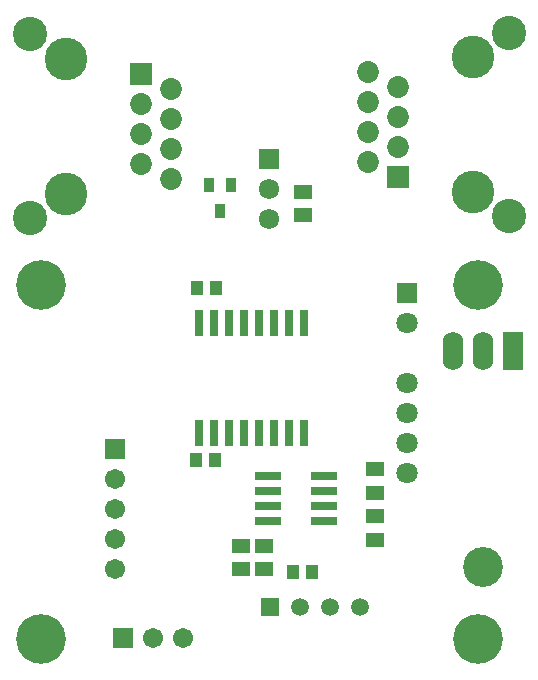
<source format=gbs>
G04*
G04 #@! TF.GenerationSoftware,Altium Limited,Altium Designer,20.0.13 (296)*
G04*
G04 Layer_Color=16711935*
%FSLAX44Y44*%
%MOMM*%
G71*
G01*
G75*
%ADD28R,1.7032X1.7032*%
%ADD30R,1.6032X1.2032*%
%ADD35R,2.3200X0.7200*%
%ADD36R,1.0032X1.2032*%
%ADD38C,1.7032*%
%ADD39R,1.7032X1.7032*%
%ADD40C,3.6032*%
%ADD41R,1.8532X1.8532*%
%ADD42C,1.8532*%
%ADD43C,2.9032*%
%ADD44R,1.7272X3.2512*%
%ADD45O,1.7272X3.2512*%
%ADD46C,3.3782*%
%ADD47C,1.8032*%
%ADD48R,1.8032X1.8032*%
%ADD49C,1.7200*%
%ADD50R,1.7200X1.7200*%
%ADD51C,1.4912*%
%ADD52R,1.4912X1.4912*%
%ADD53C,4.2032*%
%ADD77R,0.9200X1.2200*%
%ADD78R,0.8032X2.2632*%
D28*
X103200Y30250D02*
D03*
D30*
X203500Y88750D02*
D03*
Y108750D02*
D03*
X223250D02*
D03*
Y88750D02*
D03*
X316750Y153750D02*
D03*
Y173750D02*
D03*
X317000Y113750D02*
D03*
Y133750D02*
D03*
X255750Y408500D02*
D03*
Y388500D02*
D03*
D35*
X226000Y129450D02*
D03*
Y142150D02*
D03*
Y154850D02*
D03*
Y167550D02*
D03*
X274000Y129450D02*
D03*
Y142150D02*
D03*
Y154850D02*
D03*
Y167550D02*
D03*
D36*
X247750Y86250D02*
D03*
X263750D02*
D03*
X182500Y326750D02*
D03*
X166500D02*
D03*
X165500Y181000D02*
D03*
X181500D02*
D03*
D38*
X154000Y30250D02*
D03*
X128600D02*
D03*
X97000Y89300D02*
D03*
Y114700D02*
D03*
Y140100D02*
D03*
Y165500D02*
D03*
D39*
Y190900D02*
D03*
D40*
X399500Y408100D02*
D03*
Y522400D02*
D03*
X55250Y521200D02*
D03*
Y406900D02*
D03*
D41*
X336000Y420800D02*
D03*
X118750Y508500D02*
D03*
D42*
X310600Y433500D02*
D03*
X336000Y446200D02*
D03*
X310600Y458900D02*
D03*
X336000Y471600D02*
D03*
X310600Y484300D02*
D03*
X336000Y497000D02*
D03*
X310600Y509700D02*
D03*
X144150Y495800D02*
D03*
X118750Y483100D02*
D03*
X144150Y470400D02*
D03*
X118750Y457700D02*
D03*
X144150Y445000D02*
D03*
X118750Y432300D02*
D03*
X144150Y419600D02*
D03*
D43*
X430000Y387750D02*
D03*
Y542750D02*
D03*
X24750Y541550D02*
D03*
Y386550D02*
D03*
D44*
X433900Y273500D02*
D03*
D45*
X408500D02*
D03*
X383100D02*
D03*
D46*
X408500Y91000D02*
D03*
D47*
X344000Y170550D02*
D03*
Y195950D02*
D03*
Y221350D02*
D03*
Y246750D02*
D03*
Y297550D02*
D03*
D48*
Y322950D02*
D03*
D49*
X226750Y410500D02*
D03*
Y385100D02*
D03*
D50*
Y435900D02*
D03*
D51*
X304000Y56500D02*
D03*
X278600D02*
D03*
X253200D02*
D03*
D52*
X227800D02*
D03*
D53*
X34500Y329750D02*
D03*
X404500D02*
D03*
Y29750D02*
D03*
X34500D02*
D03*
D77*
X176000Y414250D02*
D03*
X195000D02*
D03*
X185500Y391750D02*
D03*
D78*
X167750Y297250D02*
D03*
X180450D02*
D03*
X193150D02*
D03*
X205850D02*
D03*
X218550D02*
D03*
X231250D02*
D03*
X243950D02*
D03*
X256650D02*
D03*
Y204450D02*
D03*
X243950D02*
D03*
X231250D02*
D03*
X218550D02*
D03*
X205850D02*
D03*
X193150D02*
D03*
X180450D02*
D03*
X167750D02*
D03*
M02*

</source>
